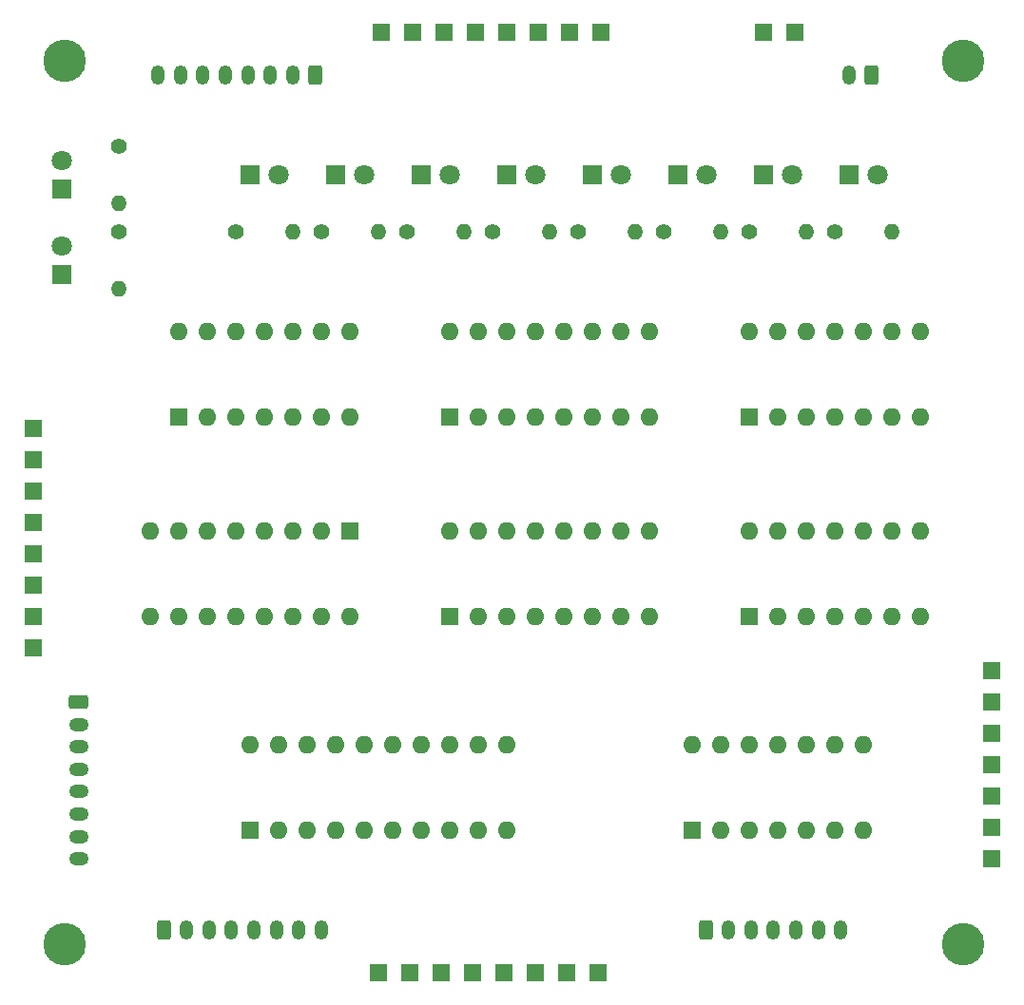
<source format=gbr>
G04 #@! TF.GenerationSoftware,KiCad,Pcbnew,(5.1.2-1)-1*
G04 #@! TF.CreationDate,2019-08-21T21:43:28+10:00*
G04 #@! TF.ProjectId,alu,616c752e-6b69-4636-9164-5f7063625858,rev?*
G04 #@! TF.SameCoordinates,Original*
G04 #@! TF.FileFunction,Soldermask,Top*
G04 #@! TF.FilePolarity,Negative*
%FSLAX46Y46*%
G04 Gerber Fmt 4.6, Leading zero omitted, Abs format (unit mm)*
G04 Created by KiCad (PCBNEW (5.1.2-1)-1) date 2019-08-21 21:43:28*
%MOMM*%
%LPD*%
G04 APERTURE LIST*
%ADD10C,3.790000*%
%ADD11C,1.800000*%
%ADD12R,1.800000X1.800000*%
%ADD13C,0.100000*%
%ADD14C,1.200000*%
%ADD15O,1.750000X1.200000*%
%ADD16O,1.200000X1.750000*%
%ADD17O,1.400000X1.400000*%
%ADD18C,1.400000*%
%ADD19R,1.500000X1.500000*%
%ADD20O,1.600000X1.600000*%
%ADD21R,1.600000X1.600000*%
G04 APERTURE END LIST*
D10*
X29210000Y-115570000D03*
X109220000Y-115570000D03*
X109220000Y-36830000D03*
X29210000Y-36830000D03*
D11*
X101600000Y-46990000D03*
D12*
X99060000Y-46990000D03*
X28956000Y-55880000D03*
D11*
X28956000Y-53340000D03*
X28956000Y-45720000D03*
D12*
X28956000Y-48260000D03*
D11*
X48260000Y-46990000D03*
D12*
X45720000Y-46990000D03*
X53340000Y-46990000D03*
D11*
X55880000Y-46990000D03*
D12*
X60960000Y-46990000D03*
D11*
X63500000Y-46990000D03*
X71120000Y-46990000D03*
D12*
X68580000Y-46990000D03*
X76200000Y-46990000D03*
D11*
X78740000Y-46990000D03*
X86360000Y-46990000D03*
D12*
X83820000Y-46990000D03*
X91440000Y-46990000D03*
D11*
X93980000Y-46990000D03*
D13*
G36*
X31129505Y-93381204D02*
G01*
X31153773Y-93384804D01*
X31177572Y-93390765D01*
X31200671Y-93399030D01*
X31222850Y-93409520D01*
X31243893Y-93422132D01*
X31263599Y-93436747D01*
X31281777Y-93453223D01*
X31298253Y-93471401D01*
X31312868Y-93491107D01*
X31325480Y-93512150D01*
X31335970Y-93534329D01*
X31344235Y-93557428D01*
X31350196Y-93581227D01*
X31353796Y-93605495D01*
X31355000Y-93629999D01*
X31355000Y-94330001D01*
X31353796Y-94354505D01*
X31350196Y-94378773D01*
X31344235Y-94402572D01*
X31335970Y-94425671D01*
X31325480Y-94447850D01*
X31312868Y-94468893D01*
X31298253Y-94488599D01*
X31281777Y-94506777D01*
X31263599Y-94523253D01*
X31243893Y-94537868D01*
X31222850Y-94550480D01*
X31200671Y-94560970D01*
X31177572Y-94569235D01*
X31153773Y-94575196D01*
X31129505Y-94578796D01*
X31105001Y-94580000D01*
X29854999Y-94580000D01*
X29830495Y-94578796D01*
X29806227Y-94575196D01*
X29782428Y-94569235D01*
X29759329Y-94560970D01*
X29737150Y-94550480D01*
X29716107Y-94537868D01*
X29696401Y-94523253D01*
X29678223Y-94506777D01*
X29661747Y-94488599D01*
X29647132Y-94468893D01*
X29634520Y-94447850D01*
X29624030Y-94425671D01*
X29615765Y-94402572D01*
X29609804Y-94378773D01*
X29606204Y-94354505D01*
X29605000Y-94330001D01*
X29605000Y-93629999D01*
X29606204Y-93605495D01*
X29609804Y-93581227D01*
X29615765Y-93557428D01*
X29624030Y-93534329D01*
X29634520Y-93512150D01*
X29647132Y-93491107D01*
X29661747Y-93471401D01*
X29678223Y-93453223D01*
X29696401Y-93436747D01*
X29716107Y-93422132D01*
X29737150Y-93409520D01*
X29759329Y-93399030D01*
X29782428Y-93390765D01*
X29806227Y-93384804D01*
X29830495Y-93381204D01*
X29854999Y-93380000D01*
X31105001Y-93380000D01*
X31129505Y-93381204D01*
X31129505Y-93381204D01*
G37*
D14*
X30480000Y-93980000D03*
D15*
X30480000Y-95980000D03*
X30480000Y-97980000D03*
X30480000Y-99980000D03*
X30480000Y-101980000D03*
X30480000Y-103980000D03*
X30480000Y-105980000D03*
X30480000Y-107980000D03*
D13*
G36*
X101466505Y-37226204D02*
G01*
X101490773Y-37229804D01*
X101514572Y-37235765D01*
X101537671Y-37244030D01*
X101559850Y-37254520D01*
X101580893Y-37267132D01*
X101600599Y-37281747D01*
X101618777Y-37298223D01*
X101635253Y-37316401D01*
X101649868Y-37336107D01*
X101662480Y-37357150D01*
X101672970Y-37379329D01*
X101681235Y-37402428D01*
X101687196Y-37426227D01*
X101690796Y-37450495D01*
X101692000Y-37474999D01*
X101692000Y-38725001D01*
X101690796Y-38749505D01*
X101687196Y-38773773D01*
X101681235Y-38797572D01*
X101672970Y-38820671D01*
X101662480Y-38842850D01*
X101649868Y-38863893D01*
X101635253Y-38883599D01*
X101618777Y-38901777D01*
X101600599Y-38918253D01*
X101580893Y-38932868D01*
X101559850Y-38945480D01*
X101537671Y-38955970D01*
X101514572Y-38964235D01*
X101490773Y-38970196D01*
X101466505Y-38973796D01*
X101442001Y-38975000D01*
X100741999Y-38975000D01*
X100717495Y-38973796D01*
X100693227Y-38970196D01*
X100669428Y-38964235D01*
X100646329Y-38955970D01*
X100624150Y-38945480D01*
X100603107Y-38932868D01*
X100583401Y-38918253D01*
X100565223Y-38901777D01*
X100548747Y-38883599D01*
X100534132Y-38863893D01*
X100521520Y-38842850D01*
X100511030Y-38820671D01*
X100502765Y-38797572D01*
X100496804Y-38773773D01*
X100493204Y-38749505D01*
X100492000Y-38725001D01*
X100492000Y-37474999D01*
X100493204Y-37450495D01*
X100496804Y-37426227D01*
X100502765Y-37402428D01*
X100511030Y-37379329D01*
X100521520Y-37357150D01*
X100534132Y-37336107D01*
X100548747Y-37316401D01*
X100565223Y-37298223D01*
X100583401Y-37281747D01*
X100603107Y-37267132D01*
X100624150Y-37254520D01*
X100646329Y-37244030D01*
X100669428Y-37235765D01*
X100693227Y-37229804D01*
X100717495Y-37226204D01*
X100741999Y-37225000D01*
X101442001Y-37225000D01*
X101466505Y-37226204D01*
X101466505Y-37226204D01*
G37*
D14*
X101092000Y-38100000D03*
D16*
X99092000Y-38100000D03*
D13*
G36*
X86734505Y-113426204D02*
G01*
X86758773Y-113429804D01*
X86782572Y-113435765D01*
X86805671Y-113444030D01*
X86827850Y-113454520D01*
X86848893Y-113467132D01*
X86868599Y-113481747D01*
X86886777Y-113498223D01*
X86903253Y-113516401D01*
X86917868Y-113536107D01*
X86930480Y-113557150D01*
X86940970Y-113579329D01*
X86949235Y-113602428D01*
X86955196Y-113626227D01*
X86958796Y-113650495D01*
X86960000Y-113674999D01*
X86960000Y-114925001D01*
X86958796Y-114949505D01*
X86955196Y-114973773D01*
X86949235Y-114997572D01*
X86940970Y-115020671D01*
X86930480Y-115042850D01*
X86917868Y-115063893D01*
X86903253Y-115083599D01*
X86886777Y-115101777D01*
X86868599Y-115118253D01*
X86848893Y-115132868D01*
X86827850Y-115145480D01*
X86805671Y-115155970D01*
X86782572Y-115164235D01*
X86758773Y-115170196D01*
X86734505Y-115173796D01*
X86710001Y-115175000D01*
X86009999Y-115175000D01*
X85985495Y-115173796D01*
X85961227Y-115170196D01*
X85937428Y-115164235D01*
X85914329Y-115155970D01*
X85892150Y-115145480D01*
X85871107Y-115132868D01*
X85851401Y-115118253D01*
X85833223Y-115101777D01*
X85816747Y-115083599D01*
X85802132Y-115063893D01*
X85789520Y-115042850D01*
X85779030Y-115020671D01*
X85770765Y-114997572D01*
X85764804Y-114973773D01*
X85761204Y-114949505D01*
X85760000Y-114925001D01*
X85760000Y-113674999D01*
X85761204Y-113650495D01*
X85764804Y-113626227D01*
X85770765Y-113602428D01*
X85779030Y-113579329D01*
X85789520Y-113557150D01*
X85802132Y-113536107D01*
X85816747Y-113516401D01*
X85833223Y-113498223D01*
X85851401Y-113481747D01*
X85871107Y-113467132D01*
X85892150Y-113454520D01*
X85914329Y-113444030D01*
X85937428Y-113435765D01*
X85961227Y-113429804D01*
X85985495Y-113426204D01*
X86009999Y-113425000D01*
X86710001Y-113425000D01*
X86734505Y-113426204D01*
X86734505Y-113426204D01*
G37*
D14*
X86360000Y-114300000D03*
D16*
X88360000Y-114300000D03*
X90360000Y-114300000D03*
X92360000Y-114300000D03*
X94360000Y-114300000D03*
X96360000Y-114300000D03*
X98360000Y-114300000D03*
D13*
G36*
X51936505Y-37226204D02*
G01*
X51960773Y-37229804D01*
X51984572Y-37235765D01*
X52007671Y-37244030D01*
X52029850Y-37254520D01*
X52050893Y-37267132D01*
X52070599Y-37281747D01*
X52088777Y-37298223D01*
X52105253Y-37316401D01*
X52119868Y-37336107D01*
X52132480Y-37357150D01*
X52142970Y-37379329D01*
X52151235Y-37402428D01*
X52157196Y-37426227D01*
X52160796Y-37450495D01*
X52162000Y-37474999D01*
X52162000Y-38725001D01*
X52160796Y-38749505D01*
X52157196Y-38773773D01*
X52151235Y-38797572D01*
X52142970Y-38820671D01*
X52132480Y-38842850D01*
X52119868Y-38863893D01*
X52105253Y-38883599D01*
X52088777Y-38901777D01*
X52070599Y-38918253D01*
X52050893Y-38932868D01*
X52029850Y-38945480D01*
X52007671Y-38955970D01*
X51984572Y-38964235D01*
X51960773Y-38970196D01*
X51936505Y-38973796D01*
X51912001Y-38975000D01*
X51211999Y-38975000D01*
X51187495Y-38973796D01*
X51163227Y-38970196D01*
X51139428Y-38964235D01*
X51116329Y-38955970D01*
X51094150Y-38945480D01*
X51073107Y-38932868D01*
X51053401Y-38918253D01*
X51035223Y-38901777D01*
X51018747Y-38883599D01*
X51004132Y-38863893D01*
X50991520Y-38842850D01*
X50981030Y-38820671D01*
X50972765Y-38797572D01*
X50966804Y-38773773D01*
X50963204Y-38749505D01*
X50962000Y-38725001D01*
X50962000Y-37474999D01*
X50963204Y-37450495D01*
X50966804Y-37426227D01*
X50972765Y-37402428D01*
X50981030Y-37379329D01*
X50991520Y-37357150D01*
X51004132Y-37336107D01*
X51018747Y-37316401D01*
X51035223Y-37298223D01*
X51053401Y-37281747D01*
X51073107Y-37267132D01*
X51094150Y-37254520D01*
X51116329Y-37244030D01*
X51139428Y-37235765D01*
X51163227Y-37229804D01*
X51187495Y-37226204D01*
X51211999Y-37225000D01*
X51912001Y-37225000D01*
X51936505Y-37226204D01*
X51936505Y-37226204D01*
G37*
D14*
X51562000Y-38100000D03*
D16*
X49562000Y-38100000D03*
X47562000Y-38100000D03*
X45562000Y-38100000D03*
X43562000Y-38100000D03*
X41562000Y-38100000D03*
X39562000Y-38100000D03*
X37562000Y-38100000D03*
X52100000Y-114300000D03*
X50100000Y-114300000D03*
X48100000Y-114300000D03*
X46100000Y-114300000D03*
X44100000Y-114300000D03*
X42100000Y-114300000D03*
X40100000Y-114300000D03*
D13*
G36*
X38474505Y-113426204D02*
G01*
X38498773Y-113429804D01*
X38522572Y-113435765D01*
X38545671Y-113444030D01*
X38567850Y-113454520D01*
X38588893Y-113467132D01*
X38608599Y-113481747D01*
X38626777Y-113498223D01*
X38643253Y-113516401D01*
X38657868Y-113536107D01*
X38670480Y-113557150D01*
X38680970Y-113579329D01*
X38689235Y-113602428D01*
X38695196Y-113626227D01*
X38698796Y-113650495D01*
X38700000Y-113674999D01*
X38700000Y-114925001D01*
X38698796Y-114949505D01*
X38695196Y-114973773D01*
X38689235Y-114997572D01*
X38680970Y-115020671D01*
X38670480Y-115042850D01*
X38657868Y-115063893D01*
X38643253Y-115083599D01*
X38626777Y-115101777D01*
X38608599Y-115118253D01*
X38588893Y-115132868D01*
X38567850Y-115145480D01*
X38545671Y-115155970D01*
X38522572Y-115164235D01*
X38498773Y-115170196D01*
X38474505Y-115173796D01*
X38450001Y-115175000D01*
X37749999Y-115175000D01*
X37725495Y-115173796D01*
X37701227Y-115170196D01*
X37677428Y-115164235D01*
X37654329Y-115155970D01*
X37632150Y-115145480D01*
X37611107Y-115132868D01*
X37591401Y-115118253D01*
X37573223Y-115101777D01*
X37556747Y-115083599D01*
X37542132Y-115063893D01*
X37529520Y-115042850D01*
X37519030Y-115020671D01*
X37510765Y-114997572D01*
X37504804Y-114973773D01*
X37501204Y-114949505D01*
X37500000Y-114925001D01*
X37500000Y-113674999D01*
X37501204Y-113650495D01*
X37504804Y-113626227D01*
X37510765Y-113602428D01*
X37519030Y-113579329D01*
X37529520Y-113557150D01*
X37542132Y-113536107D01*
X37556747Y-113516401D01*
X37573223Y-113498223D01*
X37591401Y-113481747D01*
X37611107Y-113467132D01*
X37632150Y-113454520D01*
X37654329Y-113444030D01*
X37677428Y-113435765D01*
X37701227Y-113429804D01*
X37725495Y-113426204D01*
X37749999Y-113425000D01*
X38450001Y-113425000D01*
X38474505Y-113426204D01*
X38474505Y-113426204D01*
G37*
D14*
X38100000Y-114300000D03*
D17*
X34036000Y-57150000D03*
D18*
X34036000Y-52070000D03*
X34036000Y-44450000D03*
D17*
X34036000Y-49530000D03*
X49530000Y-52070000D03*
D18*
X44450000Y-52070000D03*
D17*
X57150000Y-52070000D03*
D18*
X52070000Y-52070000D03*
X59690000Y-52070000D03*
D17*
X64770000Y-52070000D03*
D18*
X67310000Y-52070000D03*
D17*
X72390000Y-52070000D03*
X80010000Y-52070000D03*
D18*
X74930000Y-52070000D03*
X82550000Y-52070000D03*
D17*
X87630000Y-52070000D03*
D18*
X90170000Y-52070000D03*
D17*
X95250000Y-52070000D03*
D18*
X97790000Y-52070000D03*
D17*
X102870000Y-52070000D03*
D19*
X111760000Y-107950000D03*
X111760000Y-99568000D03*
X111760000Y-96774000D03*
X111760000Y-105156000D03*
X111760000Y-102362000D03*
X26416000Y-89154000D03*
X26416000Y-86360000D03*
X26416000Y-83566000D03*
X26416000Y-80772000D03*
X26416000Y-77978000D03*
X26416000Y-75184000D03*
X26416000Y-72390000D03*
X26416000Y-69596000D03*
X91440000Y-34290000D03*
X94234000Y-34290000D03*
X57404000Y-34290000D03*
X60198000Y-34290000D03*
X62992000Y-34290000D03*
X57150000Y-118110000D03*
X65786000Y-34290000D03*
X59944000Y-118110000D03*
X68580000Y-34290000D03*
X62738000Y-118110000D03*
X71374000Y-34290000D03*
X111760000Y-91186000D03*
X65532000Y-118110000D03*
X74168000Y-34290000D03*
X68326000Y-118110000D03*
X76962000Y-34290000D03*
X71120000Y-118110000D03*
X73914000Y-118110000D03*
X76708000Y-118110000D03*
X111760000Y-93980000D03*
D20*
X39370000Y-60960000D03*
X54610000Y-68580000D03*
X41910000Y-60960000D03*
X52070000Y-68580000D03*
X44450000Y-60960000D03*
X49530000Y-68580000D03*
X46990000Y-60960000D03*
X46990000Y-68580000D03*
X49530000Y-60960000D03*
X44450000Y-68580000D03*
X52070000Y-60960000D03*
X41910000Y-68580000D03*
X54610000Y-60960000D03*
D21*
X39370000Y-68580000D03*
X63500000Y-68580000D03*
D20*
X81280000Y-60960000D03*
X66040000Y-68580000D03*
X78740000Y-60960000D03*
X68580000Y-68580000D03*
X76200000Y-60960000D03*
X71120000Y-68580000D03*
X73660000Y-60960000D03*
X73660000Y-68580000D03*
X71120000Y-60960000D03*
X76200000Y-68580000D03*
X68580000Y-60960000D03*
X78740000Y-68580000D03*
X66040000Y-60960000D03*
X81280000Y-68580000D03*
X63500000Y-60960000D03*
D21*
X90170000Y-68580000D03*
D20*
X105410000Y-60960000D03*
X92710000Y-68580000D03*
X102870000Y-60960000D03*
X95250000Y-68580000D03*
X100330000Y-60960000D03*
X97790000Y-68580000D03*
X97790000Y-60960000D03*
X100330000Y-68580000D03*
X95250000Y-60960000D03*
X102870000Y-68580000D03*
X92710000Y-60960000D03*
X105410000Y-68580000D03*
X90170000Y-60960000D03*
D21*
X45720000Y-105410000D03*
D20*
X68580000Y-97790000D03*
X48260000Y-105410000D03*
X66040000Y-97790000D03*
X50800000Y-105410000D03*
X63500000Y-97790000D03*
X53340000Y-105410000D03*
X60960000Y-97790000D03*
X55880000Y-105410000D03*
X58420000Y-97790000D03*
X58420000Y-105410000D03*
X55880000Y-97790000D03*
X60960000Y-105410000D03*
X53340000Y-97790000D03*
X63500000Y-105410000D03*
X50800000Y-97790000D03*
X66040000Y-105410000D03*
X48260000Y-97790000D03*
X68580000Y-105410000D03*
X45720000Y-97790000D03*
D21*
X54610000Y-78740000D03*
D20*
X36830000Y-86360000D03*
X52070000Y-78740000D03*
X39370000Y-86360000D03*
X49530000Y-78740000D03*
X41910000Y-86360000D03*
X46990000Y-78740000D03*
X44450000Y-86360000D03*
X44450000Y-78740000D03*
X46990000Y-86360000D03*
X41910000Y-78740000D03*
X49530000Y-86360000D03*
X39370000Y-78740000D03*
X52070000Y-86360000D03*
X36830000Y-78740000D03*
X54610000Y-86360000D03*
X63500000Y-78740000D03*
X81280000Y-86360000D03*
X66040000Y-78740000D03*
X78740000Y-86360000D03*
X68580000Y-78740000D03*
X76200000Y-86360000D03*
X71120000Y-78740000D03*
X73660000Y-86360000D03*
X73660000Y-78740000D03*
X71120000Y-86360000D03*
X76200000Y-78740000D03*
X68580000Y-86360000D03*
X78740000Y-78740000D03*
X66040000Y-86360000D03*
X81280000Y-78740000D03*
D21*
X63500000Y-86360000D03*
D20*
X90170000Y-78740000D03*
X105410000Y-86360000D03*
X92710000Y-78740000D03*
X102870000Y-86360000D03*
X95250000Y-78740000D03*
X100330000Y-86360000D03*
X97790000Y-78740000D03*
X97790000Y-86360000D03*
X100330000Y-78740000D03*
X95250000Y-86360000D03*
X102870000Y-78740000D03*
X92710000Y-86360000D03*
X105410000Y-78740000D03*
D21*
X90170000Y-86360000D03*
X85090000Y-105410000D03*
D20*
X100330000Y-97790000D03*
X87630000Y-105410000D03*
X97790000Y-97790000D03*
X90170000Y-105410000D03*
X95250000Y-97790000D03*
X92710000Y-105410000D03*
X92710000Y-97790000D03*
X95250000Y-105410000D03*
X90170000Y-97790000D03*
X97790000Y-105410000D03*
X87630000Y-97790000D03*
X100330000Y-105410000D03*
X85090000Y-97790000D03*
M02*

</source>
